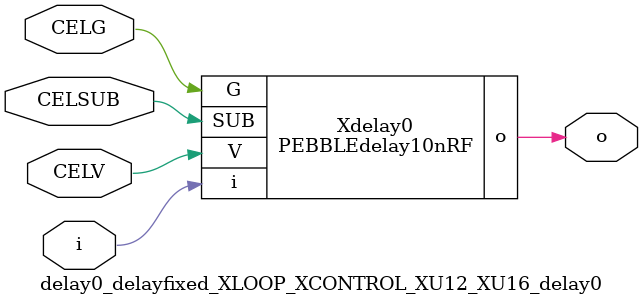
<source format=v>



module PEBBLEdelay10nRF ( o, V, G, i, SUB );

  input V;
  input i;
  input G;
  output o;
  input SUB;
endmodule

//Celera Confidential Do Not Copy delay0_delayfixed_XLOOP_XCONTROL_XU12_XU16_delay0
//TYPE: fixed 10ns
module delay0_delayfixed_XLOOP_XCONTROL_XU12_XU16_delay0 (i, CELV, o,
CELG,CELSUB);
input CELV;
input i;
output o;
input CELSUB;
input CELG;

//Celera Confidential Do Not Copy delayfast0
PEBBLEdelay10nRF Xdelay0(
.V (CELV),
.i (i),
.o (o),
.G (CELG),
.SUB (CELSUB)
);
//,diesize,PEBBLEdelay10nRF

//Celera Confidential Do Not Copy Module End
//Celera Schematic Generator
endmodule

</source>
